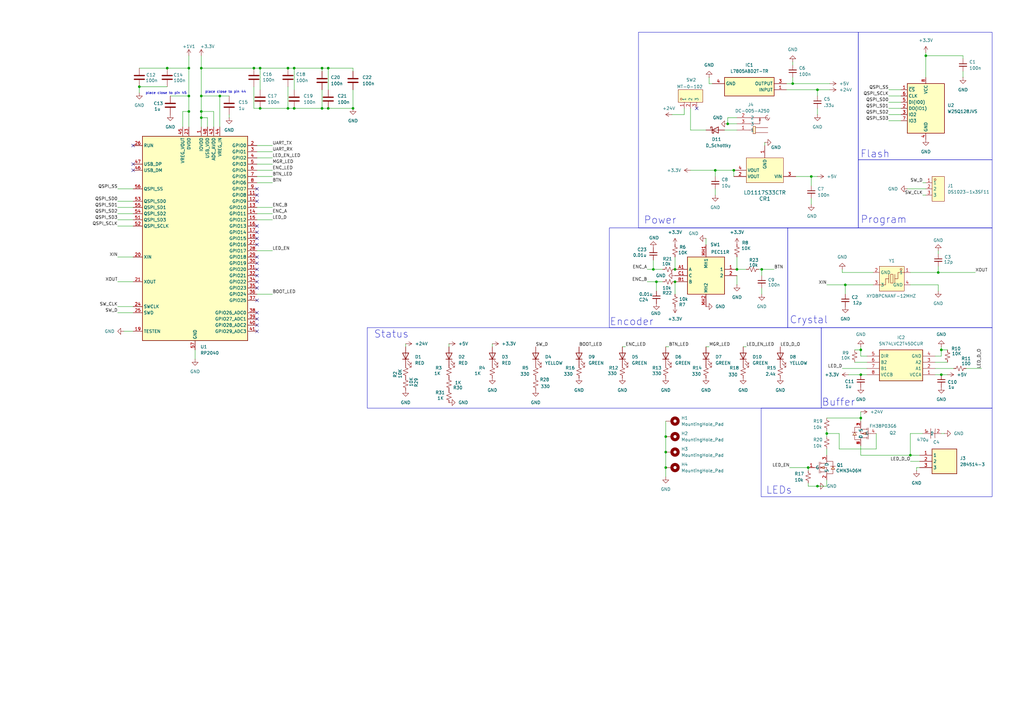
<source format=kicad_sch>
(kicad_sch (version 20231120) (generator "eeschema") (generator_version "8.0")
  (paper "A3")
  (junction (at 57.15 35.56))
  (junction (at 386.08 153.67))
  (junction (at 132.08 44.45))
  (junction (at 353.06 171.45))
  (junction (at 273.05 191.77))
  (junction (at 82.55 48.26))
  (junction (at 68.58 27.94))
  (junction (at 335.28 36.83))
  (junction (at 132.08 27.94))
  (junction (at 298.45 50.8))
  (junction (at 77.47 45.72))
  (junction (at 276.86 115.57))
  (junction (at 293.37 69.85))
  (junction (at 332.74 72.39))
  (junction (at 106.68 44.45))
  (junction (at 267.97 110.49))
  (junction (at 339.09 177.8))
  (junction (at 273.05 185.42))
  (junction (at 134.62 44.45))
  (junction (at 384.81 111.76))
  (junction (at 312.42 110.49))
  (junction (at 144.78 44.45))
  (junction (at 331.47 191.77))
  (junction (at 82.55 39.37))
  (junction (at 386.08 143.51))
  (junction (at 276.86 110.49))
  (junction (at 269.24 115.57))
  (junction (at 120.65 44.45))
  (junction (at 373.38 186.69))
  (junction (at 120.65 27.94))
  (junction (at 300.99 69.85))
  (junction (at 325.12 34.29))
  (junction (at 82.55 27.94))
  (junction (at 82.55 45.72))
  (junction (at 104.14 27.94))
  (junction (at 134.62 27.94))
  (junction (at 302.26 110.49))
  (junction (at 118.11 44.45))
  (junction (at 106.68 27.94))
  (junction (at 379.73 22.86))
  (junction (at 353.06 143.51))
  (junction (at 77.47 39.37))
  (junction (at 346.71 116.84))
  (junction (at 273.05 179.07))
  (junction (at 90.17 39.37))
  (junction (at 335.28 199.39))
  (junction (at 118.11 27.94))
  (junction (at 353.06 153.67))
  (junction (at 77.47 27.94))
  (no_connect (at 105.41 77.47))
  (no_connect (at 54.61 69.85))
  (no_connect (at 105.41 100.33))
  (no_connect (at 105.41 128.27))
  (no_connect (at 105.41 113.03))
  (no_connect (at 105.41 130.81))
  (no_connect (at 105.41 105.41))
  (no_connect (at 105.41 97.79))
  (no_connect (at 54.61 67.31))
  (no_connect (at 54.61 59.69))
  (no_connect (at 105.41 133.35))
  (no_connect (at 105.41 135.89))
  (no_connect (at 105.41 123.19))
  (no_connect (at 105.41 110.49))
  (no_connect (at 105.41 118.11))
  (no_connect (at 105.41 107.95))
  (no_connect (at 105.41 95.25))
  (no_connect (at 285.75 44.45))
  (no_connect (at 105.41 92.71))
  (no_connect (at 105.41 80.01))
  (no_connect (at 105.41 82.55))
  (no_connect (at 105.41 115.57))
  (wire (pts (xy 364.49 44.45) (xy 369.57 44.45)))
  (wire (pts (xy 105.41 59.69) (xy 111.76 59.69)))
  (wire (pts (xy 346.71 116.84) (xy 346.71 120.65)))
  (wire (pts (xy 105.41 90.17) (xy 111.76 90.17)))
  (wire (pts (xy 105.41 62.23) (xy 111.76 62.23)))
  (wire (pts (xy 379.73 22.86) (xy 394.97 22.86)))
  (wire (pts (xy 313.69 58.42) (xy 313.69 59.69)))
  (wire (pts (xy 134.62 27.94) (xy 144.78 27.94)))
  (wire (pts (xy 69.85 39.37) (xy 77.47 39.37)))
  (wire (pts (xy 379.73 22.86) (xy 379.73 31.75)))
  (wire (pts (xy 269.24 119.38) (xy 269.24 115.57)))
  (wire (pts (xy 280.67 46.99) (xy 280.67 44.45)))
  (wire (pts (xy 276.86 105.41) (xy 276.86 110.49)))
  (wire (pts (xy 289.56 53.34) (xy 283.21 53.34)))
  (wire (pts (xy 300.99 69.85) (xy 300.99 72.39)))
  (wire (pts (xy 345.44 110.49) (xy 345.44 111.76)))
  (wire (pts (xy 293.37 69.85) (xy 293.37 72.39)))
  (wire (pts (xy 57.15 35.56) (xy 57.15 38.1)))
  (wire (pts (xy 375.92 193.04) (xy 375.92 191.77)))
  (wire (pts (xy 265.43 110.49) (xy 267.97 110.49)))
  (wire (pts (xy 384.81 111.76) (xy 400.05 111.76)))
  (wire (pts (xy 93.98 46.99) (xy 93.98 48.26)))
  (wire (pts (xy 373.38 189.23) (xy 377.19 189.23)))
  (wire (pts (xy 353.06 153.67) (xy 355.6 153.67)))
  (wire (pts (xy 48.26 77.47) (xy 54.61 77.47)))
  (wire (pts (xy 77.47 45.72) (xy 77.47 52.07)))
  (wire (pts (xy 289.56 142.24) (xy 290.83 142.24)))
  (wire (pts (xy 144.78 27.94) (xy 144.78 29.21)))
  (wire (pts (xy 332.74 72.39) (xy 335.28 72.39)))
  (wire (pts (xy 335.28 36.83) (xy 335.28 39.37)))
  (wire (pts (xy 85.09 52.07) (xy 85.09 48.26)))
  (wire (pts (xy 120.65 36.83) (xy 120.65 27.94)))
  (wire (pts (xy 364.49 36.83) (xy 369.57 36.83)))
  (wire (pts (xy 105.41 87.63) (xy 111.76 87.63)))
  (wire (pts (xy 48.26 128.27) (xy 54.61 128.27)))
  (wire (pts (xy 134.62 44.45) (xy 144.78 44.45)))
  (wire (pts (xy 104.14 44.45) (xy 106.68 44.45)))
  (wire (pts (xy 386.08 143.51) (xy 388.62 143.51)))
  (wire (pts (xy 48.26 87.63) (xy 54.61 87.63)))
  (wire (pts (xy 384.81 116.84) (xy 384.81 119.38)))
  (wire (pts (xy 359.41 177.8) (xy 359.41 184.15)))
  (wire (pts (xy 345.44 151.13) (xy 355.6 151.13)))
  (wire (pts (xy 346.71 116.84) (xy 358.14 116.84)))
  (wire (pts (xy 384.81 109.22) (xy 384.81 111.76)))
  (wire (pts (xy 105.41 69.85) (xy 111.76 69.85)))
  (wire (pts (xy 353.06 168.91) (xy 353.06 171.45)))
  (wire (pts (xy 364.49 46.99) (xy 369.57 46.99)))
  (wire (pts (xy 289.56 97.79) (xy 289.56 100.33)))
  (wire (pts (xy 290.83 34.29) (xy 292.1 34.29)))
  (wire (pts (xy 350.52 148.59) (xy 355.6 148.59)))
  (wire (pts (xy 384.81 102.87) (xy 384.81 104.14)))
  (wire (pts (xy 269.24 115.57) (xy 271.78 115.57)))
  (wire (pts (xy 118.11 27.94) (xy 120.65 27.94)))
  (wire (pts (xy 273.05 172.72) (xy 273.05 179.07)))
  (wire (pts (xy 87.63 52.07) (xy 87.63 45.72)))
  (wire (pts (xy 50.8 135.89) (xy 54.61 135.89)))
  (wire (pts (xy 48.26 105.41) (xy 54.61 105.41)))
  (wire (pts (xy 302.26 53.34) (xy 297.18 53.34)))
  (wire (pts (xy 273.05 179.07) (xy 273.05 185.42)))
  (wire (pts (xy 332.74 72.39) (xy 332.74 76.2)))
  (wire (pts (xy 80.01 143.51) (xy 80.01 147.32)))
  (wire (pts (xy 106.68 27.94) (xy 118.11 27.94)))
  (wire (pts (xy 293.37 77.47) (xy 293.37 80.01)))
  (wire (pts (xy 273.05 185.42) (xy 273.05 191.77)))
  (wire (pts (xy 378.46 80.01) (xy 379.73 80.01)))
  (wire (pts (xy 120.65 27.94) (xy 132.08 27.94)))
  (wire (pts (xy 339.09 176.53) (xy 339.09 177.8)))
  (wire (pts (xy 322.58 34.29) (xy 325.12 34.29)))
  (wire (pts (xy 132.08 27.94) (xy 134.62 27.94)))
  (wire (pts (xy 77.47 27.94) (xy 77.47 39.37)))
  (wire (pts (xy 283.21 53.34) (xy 283.21 44.45)))
  (wire (pts (xy 325.12 34.29) (xy 340.36 34.29)))
  (wire (pts (xy 386.08 153.67) (xy 388.62 153.67)))
  (wire (pts (xy 379.73 21.59) (xy 379.73 22.86)))
  (wire (pts (xy 120.65 44.45) (xy 132.08 44.45)))
  (wire (pts (xy 105.41 74.93) (xy 111.76 74.93)))
  (wire (pts (xy 350.52 143.51) (xy 353.06 143.51)))
  (wire (pts (xy 105.41 120.65) (xy 111.76 120.65)))
  (wire (pts (xy 77.47 39.37) (xy 77.47 45.72)))
  (wire (pts (xy 106.68 44.45) (xy 118.11 44.45)))
  (wire (pts (xy 364.49 39.37) (xy 369.57 39.37)))
  (wire (pts (xy 344.17 177.8) (xy 339.09 177.8)))
  (wire (pts (xy 335.28 36.83) (xy 340.36 36.83)))
  (wire (pts (xy 394.97 22.86) (xy 394.97 24.13)))
  (wire (pts (xy 346.71 116.84) (xy 339.09 116.84)))
  (wire (pts (xy 396.24 151.13) (xy 402.59 151.13)))
  (wire (pts (xy 339.09 199.39) (xy 335.28 199.39)))
  (wire (pts (xy 105.41 64.77) (xy 111.76 64.77)))
  (wire (pts (xy 373.38 177.8) (xy 373.38 186.69)))
  (wire (pts (xy 383.54 153.67) (xy 386.08 153.67)))
  (wire (pts (xy 311.15 110.49) (xy 312.42 110.49)))
  (wire (pts (xy 105.41 72.39) (xy 111.76 72.39)))
  (wire (pts (xy 373.38 186.69) (xy 377.19 186.69)))
  (wire (pts (xy 132.08 44.45) (xy 132.08 36.83)))
  (wire (pts (xy 90.17 39.37) (xy 93.98 39.37)))
  (wire (pts (xy 331.47 198.12) (xy 331.47 199.39)))
  (wire (pts (xy 353.06 142.24) (xy 353.06 143.51)))
  (wire (pts (xy 378.46 74.93) (xy 379.73 74.93)))
  (wire (pts (xy 375.92 191.77) (xy 377.19 191.77)))
  (wire (pts (xy 144.78 36.83) (xy 144.78 44.45)))
  (wire (pts (xy 339.09 184.15) (xy 339.09 186.69)))
  (wire (pts (xy 276.86 120.65) (xy 276.86 115.57)))
  (wire (pts (xy 347.98 153.67) (xy 353.06 153.67)))
  (wire (pts (xy 344.17 184.15) (xy 344.17 177.8)))
  (wire (pts (xy 48.26 85.09) (xy 54.61 85.09)))
  (wire (pts (xy 118.11 44.45) (xy 120.65 44.45)))
  (wire (pts (xy 201.93 140.97) (xy 201.93 142.24)))
  (wire (pts (xy 373.38 111.76) (xy 384.81 111.76)))
  (wire (pts (xy 283.21 69.85) (xy 293.37 69.85)))
  (wire (pts (xy 132.08 27.94) (xy 132.08 29.21)))
  (wire (pts (xy 267.97 110.49) (xy 271.78 110.49)))
  (wire (pts (xy 353.06 171.45) (xy 339.09 171.45)))
  (wire (pts (xy 331.47 193.04) (xy 331.47 191.77)))
  (wire (pts (xy 335.28 46.99) (xy 335.28 44.45)))
  (wire (pts (xy 325.12 25.4) (xy 325.12 26.67)))
  (wire (pts (xy 312.42 113.03) (xy 312.42 110.49)))
  (wire (pts (xy 77.47 22.86) (xy 77.47 27.94)))
  (wire (pts (xy 394.97 29.21) (xy 394.97 31.75)))
  (wire (pts (xy 383.54 148.59) (xy 388.62 148.59)))
  (wire (pts (xy 312.42 120.65) (xy 312.42 118.11)))
  (wire (pts (xy 325.12 31.75) (xy 325.12 34.29)))
  (wire (pts (xy 74.93 52.07) (xy 74.93 45.72)))
  (wire (pts (xy 386.08 143.51) (xy 386.08 142.24)))
  (wire (pts (xy 383.54 146.05) (xy 386.08 146.05)))
  (wire (pts (xy 87.63 45.72) (xy 82.55 45.72)))
  (wire (pts (xy 323.85 191.77) (xy 331.47 191.77)))
  (wire (pts (xy 353.06 171.45) (xy 353.06 172.72)))
  (wire (pts (xy 293.37 69.85) (xy 300.99 69.85)))
  (wire (pts (xy 68.58 27.94) (xy 77.47 27.94)))
  (wire (pts (xy 290.83 31.75) (xy 290.83 34.29)))
  (wire (pts (xy 386.08 146.05) (xy 386.08 143.51)))
  (wire (pts (xy 57.15 35.56) (xy 68.58 35.56)))
  (wire (pts (xy 105.41 67.31) (xy 111.76 67.31)))
  (wire (pts (xy 302.26 105.41) (xy 302.26 110.49)))
  (wire (pts (xy 339.09 177.8) (xy 339.09 179.07)))
  (wire (pts (xy 345.44 111.76) (xy 358.14 111.76)))
  (wire (pts (xy 82.55 39.37) (xy 82.55 45.72)))
  (wire (pts (xy 386.08 177.8) (xy 387.35 177.8)))
  (wire (pts (xy 255.27 142.24) (xy 256.54 142.24)))
  (wire (pts (xy 48.26 90.17) (xy 54.61 90.17)))
  (wire (pts (xy 132.08 44.45) (xy 134.62 44.45)))
  (wire (pts (xy 85.09 48.26) (xy 82.55 48.26)))
  (wire (pts (xy 82.55 52.07) (xy 82.55 48.26)))
  (wire (pts (xy 57.15 27.94) (xy 68.58 27.94)))
  (wire (pts (xy 322.58 36.83) (xy 335.28 36.83)))
  (wire (pts (xy 302.26 110.49) (xy 306.07 110.49)))
  (wire (pts (xy 298.45 50.8) (xy 298.45 48.26)))
  (wire (pts (xy 372.11 77.47) (xy 379.73 77.47)))
  (wire (pts (xy 298.45 48.26) (xy 302.26 48.26)))
  (wire (pts (xy 267.97 106.68) (xy 267.97 110.49)))
  (wire (pts (xy 82.55 27.94) (xy 82.55 39.37)))
  (wire (pts (xy 104.14 35.56) (xy 104.14 44.45)))
  (wire (pts (xy 105.41 85.09) (xy 111.76 85.09)))
  (wire (pts (xy 373.38 116.84) (xy 384.81 116.84)))
  (wire (pts (xy 90.17 39.37) (xy 90.17 52.07)))
  (wire (pts (xy 302.26 50.8) (xy 298.45 50.8)))
  (wire (pts (xy 106.68 36.83) (xy 106.68 27.94)))
  (wire (pts (xy 339.09 199.39) (xy 339.09 196.85)))
  (wire (pts (xy 48.26 82.55) (xy 54.61 82.55)))
  (wire (pts (xy 184.15 142.24) (xy 184.15 140.97)))
  (wire (pts (xy 353.06 182.88) (xy 353.06 186.69)))
  (wire (pts (xy 134.62 36.83) (xy 134.62 27.94)))
  (wire (pts (xy 364.49 49.53) (xy 369.57 49.53)))
  (wire (pts (xy 359.41 184.15) (xy 344.17 184.15)))
  (wire (pts (xy 353.06 143.51) (xy 353.06 146.05)))
  (wire (pts (xy 273.05 142.24) (xy 274.32 142.24)))
  (wire (pts (xy 265.43 115.57) (xy 269.24 115.57)))
  (wire (pts (xy 82.55 39.37) (xy 90.17 39.37)))
  (wire (pts (xy 364.49 41.91) (xy 369.57 41.91)))
  (wire (pts (xy 105.41 102.87) (xy 111.76 102.87)))
  (wire (pts (xy 48.26 125.73) (xy 54.61 125.73)))
  (wire (pts (xy 166.37 140.97) (xy 166.37 142.24)))
  (wire (pts (xy 275.59 46.99) (xy 280.67 46.99)))
  (wire (pts (xy 312.42 110.49) (xy 317.5 110.49)))
  (wire (pts (xy 273.05 191.77) (xy 273.05 195.58)))
  (wire (pts (xy 326.39 72.39) (xy 332.74 72.39)))
  (wire (pts (xy 48.26 92.71) (xy 54.61 92.71)))
  (wire (pts (xy 74.93 45.72) (xy 77.47 45.72)))
  (wire (pts (xy 118.11 35.56) (xy 118.11 44.45)))
  (wire (pts (xy 383.54 151.13) (xy 391.16 151.13)))
  (wire (pts (xy 332.74 81.28) (xy 332.74 83.82)))
  (wire (pts (xy 353.06 186.69) (xy 373.38 186.69)))
  (wire (pts (xy 378.46 177.8) (xy 373.38 177.8)))
  (wire (pts (xy 304.8 142.24) (xy 306.07 142.24)))
  (wire (pts (xy 48.26 115.57) (xy 54.61 115.57)))
  (wire (pts (xy 82.55 27.94) (xy 104.14 27.94)))
  (wire (pts (xy 331.47 199.39) (xy 335.28 199.39)))
  (wire (pts (xy 82.55 48.26) (xy 82.55 45.72)))
  (wire (pts (xy 353.06 146.05) (xy 355.6 146.05)))
  (wire (pts (xy 302.26 113.03) (xy 302.26 116.84)))
  (wire (pts (xy 82.55 22.86) (xy 82.55 27.94)))
  (wire (pts (xy 104.14 27.94) (xy 106.68 27.94)))
  (rectangle (start 352.044 13.208) (end 406.908 65.532))
  (rectangle (start 323.088 93.472) (end 406.908 134.366))
  (rectangle (start 312.166 167.386) (end 406.908 203.708))
  (rectangle (start 249.936 93.472) (end 323.088 134.366))
  (rectangle (start 336.804 134.366) (end 406.908 167.386))
  (rectangle (start 261.874 13.208) (end 352.044 93.472))
  (rectangle (start 150.622 134.366) (end 336.804 167.386))
  (rectangle (start 352.044 65.532) (end 406.908 93.472))
  (text "Crystal" (at 331.724 131.318 0) (effects (font (size 3 3))))
  (text "place close to pin 44" (at 84.074 38.354 0) (effects (font (size 1 1)) (justify left bottom)))
  (text "Buffer" (at 343.916 165.1 0) (effects (font (size 3 3))))
  (text "Power" (at 270.764 90.424 0) (effects (font (size 3 3))))
  (text "place close to pin 45" (at 59.69 38.862 0) (effects (font (size 1 1)) (justify left bottom)))
  (text "LEDs" (at 319.532 201.168 0) (effects (font (size 3 3))))
  (text "Flash" (at 358.902 63.246 0) (effects (font (size 3 3))))
  (text "Status" (at 160.528 137.16 0) (effects (font (size 3 3))))
  (text "Program" (at 362.458 90.17 0) (effects (font (size 3 3))))
  (text "Encoder" (at 259.08 132.08 0) (effects (font (size 3 3))))
  (label "QSPI_SCLK" (at 48.26 92.71 180))
  (label "QSPI_SD0" (at 48.26 82.55 180))
  (label "BTN" (at 111.76 74.93 0))
  (label "XOUT" (at 400.05 111.76 0))
  (label "ENC_A" (at 111.76 87.63 0))
  (label "LED_D_O" (at 402.59 151.13 90))
  (label "SW_CLK" (at 48.26 125.73 180))
  (label "QSPI_SS" (at 48.26 77.47 180))
  (label "LED_D_O" (at 320.04 142.24 0))
  (label "QSPI_SD2" (at 48.26 87.63 180))
  (label "ENC_B" (at 265.43 115.57 180))
  (label "XIN" (at 339.09 116.84 180))
  (label "ENC_A" (at 265.43 110.49 180))
  (label "LED_EN_LED" (at 306.07 142.24 0))
  (label "ENC_B" (at 111.76 85.09 0))
  (label "SW_D" (at 48.26 128.27 180))
  (label "QSPI_SD1" (at 48.26 85.09 180))
  (label "LED_EN" (at 111.76 102.87 0))
  (label "QSPI_SD3" (at 364.49 49.53 180))
  (label "BOOT_LED" (at 237.49 142.24 0))
  (label "LED_EN" (at 323.85 191.77 180))
  (label "QSPI_SD3" (at 48.26 90.17 180))
  (label "BTN_LED" (at 274.32 142.24 0))
  (label "UART_TX" (at 111.76 59.69 0))
  (label "BOOT_LED" (at 111.76 120.65 0))
  (label "LED_D" (at 111.76 90.17 0))
  (label "QSPI_SD1" (at 364.49 44.45 180))
  (label "QSPI_SCLK" (at 364.49 39.37 180))
  (label "MGR_LED" (at 290.83 142.24 0))
  (label "QSPI_SS" (at 364.49 36.83 180))
  (label "LED_EN_LED" (at 111.76 64.77 0))
  (label "XIN" (at 48.26 105.41 180))
  (label "SW_D" (at 219.71 142.24 0))
  (label "QSPI_SD2" (at 364.49 46.99 180))
  (label "XOUT" (at 48.26 115.57 180))
  (label "ENC_LED" (at 256.54 142.24 0))
  (label "UART_RX" (at 111.76 62.23 0))
  (label "LED_D" (at 345.44 151.13 180))
  (label "BTN_LED" (at 111.76 72.39 0))
  (label "SW_CLK" (at 378.46 80.01 180))
  (label "QSPI_SD0" (at 364.49 41.91 180))
  (label "ENC_LED" (at 111.76 69.85 0))
  (label "MGR_LED" (at 111.76 67.31 0))
  (label "BTN" (at 317.5 110.49 0))
  (label "SW_D" (at 378.46 74.93 180))
  (label "LED_D_O" (at 373.38 189.23 180))
  (symbol (lib_id "power:+24V") (at 166.37 140.97 270) (unit 1)
    (property "Reference" "#PWR047" (effects (hide yes)))
    (property "Value" "+24V" (at 170.18 140.9699 90) (effects (justify left)))
    (property "Description" "Power symbol creates a global label with name \"+24V\"" (effects (hide yes)))
  )
  (symbol (lib_id "power:GND") (at 313.69 58.42 90) (unit 1)
    (property "Reference" "#PWR024" (effects (hide yes)))
    (property "Value" "GND" (at 318.262 60.452 90))
    (property "Description" "Power symbol creates a global label with name \"GND\" , ground" (effects (hide yes)))
  )
  (symbol (lib_id "Device:C") (at 106.68 40.64 0) (unit 1)
    (property "Reference" "C17" (at 109.728 39.37 0) (effects (justify left)))
    (property "Value" "100n" (at 109.728 41.91 0) (effects (justify left)))
    (property "Footprint" "Capacitor_SMD:C_0402_1005Metric" (effects (hide yes)))
    (property "LCSC" "C1525" (effects (hide yes)))
    (property "LCSC Part" "C1525" (effects (hide yes)))
  )
  (symbol (lib_id "power:GND") (at 219.71 160.02 0) (unit 1)
    (property "Reference" "#PWR030" (effects (hide yes)))
    (property "Value" "GND" (at 219.71 165.1 0))
    (property "Description" "Power symbol creates a global label with name \"GND\" , ground" (effects (hide yes)))
  )
  (symbol (lib_id "Device:LED") (at 184.15 146.05 90) (unit 1)
    (property "Reference" "D2" (at 187.96 146.3674 90) (effects (justify right)))
    (property "Value" "RED" (at 187.96 148.9074 90) (effects (justify right)))
    (property "Footprint" "LED_SMD:LED_0603_1608Metric" (effects (hide yes)))
    (property "Description" "Light emitting diode" (effects (hide yes)))
    (property "LCSC" "C2286" (effects (hide yes)))
    (property "LCSC Part" "C2286" (effects (hide yes)))
  )
  (symbol (lib_id "power:GND") (at 346.71 125.73 0) (unit 1)
    (property "Reference" "#PWR06" (effects (hide yes)))
    (property "Value" "GND" (at 346.71 130.81 0))
    (property "Description" "Power symbol creates a global label with name \"GND\" , ground" (effects (hide yes)))
  )
  (symbol (lib_id "MCU_RaspberryPi:RP2040") (at 80.01 97.79 0) (unit 1)
    (property "Reference" "U1" (at 82.2041 142.24 0) (effects (justify left)))
    (property "Value" "RP2040" (at 82.2041 144.78 0) (effects (justify left)))
    (property "Footprint" "Package_DFN_QFN:QFN-56-1EP_7x7mm_P0.4mm_EP3.2x3.2mm" (effects (hide yes)))
    (property "Datasheet" "https://datasheets.raspberrypi.com/rp2040/rp2040-datasheet.pdf" (effects (hide yes)))
    (property "Description" "A microcontroller by Raspberry Pi" (effects (hide yes)))
    (property "LCSC" "C2040" (effects (hide yes)))
    (property "LCSC Part" "C2040" (effects (hide yes)))
  )
  (symbol (lib_id "Device:LED") (at 201.93 146.05 90) (unit 1)
    (property "Reference" "D3" (at 205.74 146.3674 90) (effects (justify right)))
    (property "Value" "RED" (at 205.74 148.9074 90) (effects (justify right)))
    (property "Footprint" "LED_SMD:LED_0603_1608Metric" (effects (hide yes)))
    (property "Description" "Light emitting diode" (effects (hide yes)))
    (property "LCSC" "C2286" (effects (hide yes)))
    (property "LCSC Part" "C2286" (effects (hide yes)))
  )
  (symbol (lib_id "Device:R_Small_US") (at 166.37 152.4 180) (unit 1)
    (property "Reference" "R2" (at 162.052 154.94 90) (effects (justify right)))
    (property "Value" "10K" (at 164.084 155.194 90) (effects (justify right)))
    (property "Footprint" "Resistor_SMD:R_0603_1608Metric" (effects (hide yes)))
    (property "Description" "Resistor, small US symbol" (effects (hide yes)))
    (property "LCSC" "C15401" (effects (hide yes)))
    (property "LCSC Part" "C15401" (effects (hide yes)))
  )
  (symbol (lib_id "Device:C") (at 93.98 43.18 0) (unit 1)
    (property "Reference" "C15" (at 97.79 41.9099 0) (effects (justify left)))
    (property "Value" "1u" (at 97.79 44.4499 0) (effects (justify left)))
    (property "Footprint" "Capacitor_SMD:C_0402_1005Metric" (effects (hide yes)))
    (property "LCSC" "C52923" (effects (hide yes)))
    (property "LCSC Part" "C52923" (effects (hide yes)))
  )
  (symbol (lib_id "Device:C") (at 68.58 31.75 0) (unit 1)
    (property "Reference" "C14" (at 71.12 30.734 0) (effects (justify left)))
    (property "Value" "100n" (at 71.12 33.02 0) (effects (justify left)))
    (property "Footprint" "Capacitor_SMD:C_0402_1005Metric" (effects (hide yes)))
    (property "LCSC" "C1525" (effects (hide yes)))
    (property "LCSC Part" "C1525" (effects (hide yes)))
  )
  (symbol (lib_id "Device:R_Small_US") (at 320.04 152.4 0) (unit 1)
    (property "Reference" "R15" (at 314.452 150.876 0) (effects (justify left)))
    (property "Value" "2.4k" (at 313.944 153.416 0) (effects (justify left)))
    (property "Footprint" "Resistor_SMD:R_0805_2012Metric" (effects (hide yes)))
    (property "Description" "Resistor, small US symbol" (effects (hide yes)))
    (property "LCSC" "C17526" (effects (hide yes)))
    (property "LCSC Part" "C17526" (effects (hide yes)))
  )
  (symbol (lib_id "Device:C") (at 104.14 31.75 0) (unit 1)
    (property "Reference" "C16" (at 107.696 30.48 0) (effects (justify left)))
    (property "Value" "100n" (at 107.696 32.766 0) (effects (justify left)))
    (property "Footprint" "Capacitor_SMD:C_0402_1005Metric" (effects (hide yes)))
    (property "LCSC" "C1525" (effects (hide yes)))
    (property "LCSC Part" "C1525" (effects (hide yes)))
  )
  (symbol (lib_id "power:GND") (at 353.06 142.24 180) (unit 1)
    (property "Reference" "#PWR036" (effects (hide yes)))
    (property "Value" "GND" (at 353.06 137.16 0))
    (property "Description" "Power symbol creates a global label with name \"GND\" , ground" (effects (hide yes)))
  )
  (symbol (lib_id "power:GND") (at 298.45 50.8 270) (unit 1)
    (property "Reference" "#PWR028" (effects (hide yes)))
    (property "Value" "GND" (at 296.418 48.26 90) (effects (justify right)))
    (property "Description" "Power symbol creates a global label with name \"GND\" , ground" (effects (hide yes)))
  )
  (symbol (lib_id "power:GND") (at 332.74 83.82 0) (unit 1)
    (property "Reference" "#PWR022" (effects (hide yes)))
    (property "Value" "GND" (at 332.994 88.646 0))
    (property "Description" "Power symbol creates a global label with name \"GND\" , ground" (effects (hide yes)))
  )
  (symbol (lib_id "Device:C_Small") (at 353.06 156.21 0) (unit 1)
    (property "Reference" "C11" (at 346.456 156.464 0) (effects (justify left)))
    (property "Value" "1u" (at 346.71 158.496 0) (effects (justify left)))
    (property "Footprint" "Capacitor_SMD:C_0402_1005Metric" (effects (hide yes)))
    (property "Description" "Unpolarized capacitor, small symbol" (effects (hide yes)))
    (property "LCSC" "C52923" (effects (hide yes)))
    (property "LCSC Part" "C52923" (effects (hide yes)))
  )
  (symbol (lib_id "Device:R_Small_US") (at 304.8 152.4 0) (unit 1)
    (property "Reference" "R18" (at 299.212 150.876 0) (effects (justify left)))
    (property "Value" "330" (at 298.704 153.67 0) (effects (justify left)))
    (property "Footprint" "Resistor_SMD:R_0603_1608Metric" (effects (hide yes)))
    (property "Description" "Resistor, small US symbol" (effects (hide yes)))
    (property "LCSC" "C23138" (effects (hide yes)))
    (property "LCSC Part" "C23138" (effects (hide yes)))
  )
  (symbol (lib_id "Device:R_Small_US") (at 339.09 181.61 180) (unit 1)
    (property "Reference" "R20" (at 333.502 180.34 0) (effects (justify right)))
    (property "Value" "10k" (at 333.502 182.88 0) (effects (justify right)))
    (property "Footprint" "Resistor_SMD:R_0603_1608Metric" (effects (hide yes)))
    (property "Description" "Resistor, small US symbol" (effects (hide yes)))
    (property "LCSC" "C15401" (effects (hide yes)))
    (property "LCSC Part" "C15401" (effects (hide yes)))
  )
  (symbol (lib_id "power:GND") (at 273.05 154.94 0) (unit 1)
    (property "Reference" "#PWR043" (effects (hide yes)))
    (property "Value" "GND" (at 273.05 160.02 0))
    (property "Description" "Power symbol creates a global label with name \"GND\" , ground" (effects (hide yes)))
  )
  (symbol (lib_id "power:GND") (at 386.08 142.24 180) (unit 1)
    (property "Reference" "#PWR037" (effects (hide yes)))
    (property "Value" "GND" (at 386.08 137.16 0))
    (property "Description" "Power symbol creates a global label with name \"GND\" , ground" (effects (hide yes)))
  )
  (symbol (lib_id "power:GND") (at 290.83 31.75 180) (unit 1)
    (property "Reference" "#PWR023" (effects (hide yes)))
    (property "Value" "GND" (at 290.83 26.67 0))
    (property "Description" "Power symbol creates a global label with name \"GND\" , ground" (effects (hide yes)))
  )
  (symbol (lib_id "Device:C") (at 120.65 40.64 0) (unit 1)
    (property "Reference" "C19" (at 124.46 39.37 0) (effects (justify left)))
    (property "Value" "100n" (at 124.46 41.91 0) (effects (justify left)))
    (property "Footprint" "Capacitor_SMD:C_0402_1005Metric" (effects (hide yes)))
    (property "LCSC" "C1525" (effects (hide yes)))
    (property "LCSC Part" "C1525" (effects (hide yes)))
  )
  (symbol (lib_id "Memory_Flash:W25Q128JVS") (at 379.73 44.45 0) (unit 1)
    (property "Reference" "U2" (at 388.62 43.1799 0) (effects (justify left)))
    (property "Value" "W25Q128JVS" (at 388.62 45.7199 0) (effects (justify left)))
    (property "Footprint" "Package_SO:SOIC-8_5.23x5.23mm_P1.27mm" (effects (hide yes)))
    (property "Datasheet" "http://www.winbond.com/resource-files/w25q128jv_dtr%20revc%2003272018%20plus.pdf" (effects (hide yes)))
    (property "Description" "128Mb Serial Flash Memory, Standard/Dual/Quad SPI, SOIC-8" (effects (hide yes)))
    (property "LCSC" "C97521" (effects (hide yes)))
    (property "LCSC Part" "C97521" (effects (hide yes)))
  )
  (symbol (lib_id "Device:D_Schottky") (at 293.37 53.34 0) (unit 1)
    (property "Reference" "D11" (at 293.878 57.15 0))
    (property "Value" "D_Schottky" (at 294.64 59.69 0))
    (property "Footprint" "Diode_SMD:D_SMA" (effects (hide yes)))
    (property "Description" "Schottky diode" (effects (hide yes)))
    (property "LCSC" "C8678" (effects (hide yes)))
    (property "LCSC Part" "C8678" (effects (hide yes)))
  )
  (symbol (lib_id "Device:R_Small_US") (at 274.32 110.49 90) (unit 1)
    (property "Reference" "R21" (at 271.78 106.172 90) (effects (justify right)))
    (property "Value" "10k" (at 271.526 108.204 90) (effects (justify right)))
    (property "Footprint" "Resistor_SMD:R_0603_1608Metric" (effects (hide yes)))
    (property "Description" "Resistor, small US symbol" (effects (hide yes)))
    (property "LCSC" "C15401" (effects (hide yes)))
    (property "LCSC Part" "C15401" (effects (hide yes)))
  )
  (symbol (lib_id "power:GND") (at 312.42 120.65 0) (unit 1)
    (property "Reference" "#PWR064" (effects (hide yes)))
    (property "Value" "GND" (at 312.42 125.73 0))
    (property "Description" "Power symbol creates a global label with name \"GND\" , ground" (effects (hide yes)))
  )
  (symbol (lib_id "power:GND") (at 335.28 46.99 0) (unit 1)
    (property "Reference" "#PWR018" (effects (hide yes)))
    (property "Value" "GND" (at 335.28 52.07 0))
    (property "Description" "Power symbol creates a global label with name \"GND\" , ground" (effects (hide yes)))
  )
  (symbol (lib_id "Device:R_Small_US") (at 201.93 152.4 0) (unit 1)
    (property "Reference" "R4" (at 196.342 150.876 0) (effects (justify left)))
    (property "Value" "1K" (at 194.564 153.162 0) (effects (justify left)))
    (property "Footprint" "Resistor_SMD:R_0402_1005Metric" (effects (hide yes)))
    (property "Description" "Resistor, small US symbol" (effects (hide yes)))
    (property "LCSC" "C25543" (effects (hide yes)))
    (property "LCSC Part" "C25543" (effects (hide yes)))
  )
  (symbol (lib_id "power:GND") (at 289.56 154.94 0) (unit 1)
    (property "Reference" "#PWR044" (effects (hide yes)))
    (property "Value" "GND" (at 289.56 160.02 0))
    (property "Description" "Power symbol creates a global label with name \"GND\" , ground" (effects (hide yes)))
  )
  (symbol (lib_id "Device:R_Small_US") (at 255.27 152.4 0) (unit 1)
    (property "Reference" "R12" (at 249.682 150.876 0) (effects (justify left)))
    (property "Value" "330" (at 249.174 153.162 0) (effects (justify left)))
    (property "Footprint" "Resistor_SMD:R_0603_1608Metric" (effects (hide yes)))
    (property "Description" "Resistor, small US symbol" (effects (hide yes)))
    (property "LCSC" "C23138" (effects (hide yes)))
    (property "LCSC Part" "C23138" (effects (hide yes)))
  )
  (symbol (lib_id "Device:R_Small_US") (at 184.15 157.48 180) (unit 1)
    (property "Reference" "R30" (at 189.738 159.004 0) (effects (justify left)))
    (property "Value" "1K" (at 189.23 156.972 0) (effects (justify left)))
    (property "Footprint" "Resistor_SMD:R_0402_1005Metric" (effects (hide yes)))
    (property "Description" "Resistor, small US symbol" (effects (hide yes)))
    (property "LCSC" "C25543" (effects (hide yes)))
    (property "LCSC Part" "C25543" (effects (hide yes)))
  )
  (symbol (lib_id "power:GND") (at 325.12 25.4 180) (unit 1)
    (property "Reference" "#PWR019" (effects (hide yes)))
    (property "Value" "GND" (at 325.12 20.32 0))
    (property "Description" "Power symbol creates a global label with name \"GND\" , ground" (effects (hide yes)))
  )
  (symbol (lib_id "Device:R_Small_US") (at 237.49 152.4 0) (unit 1)
    (property "Reference" "R16" (at 231.902 150.876 0) (effects (justify left)))
    (property "Value" "330" (at 231.14 153.416 0) (effects (justify left)))
    (property "Footprint" "Resistor_SMD:R_0603_1608Metric" (effects (hide yes)))
    (property "Description" "Resistor, small US symbol" (effects (hide yes)))
    (property "LCSC" "C23138" (effects (hide yes)))
    (property "LCSC Part" "C23138" (effects (hide yes)))
  )
  (symbol (lib_id "Device:C") (at 134.62 40.64 0) (unit 1)
    (property "Reference" "C21" (at 138.43 39.3699 0) (effects (justify left)))
    (property "Value" "100n" (at 138.43 41.9099 0) (effects (justify left)))
    (property "Footprint" "Capacitor_SMD:C_0402_1005Metric" (effects (hide yes)))
    (property "LCSC" "C1525" (effects (hide yes)))
    (property "LCSC Part" "C1525" (effects (hide yes)))
  )
  (symbol (lib_id "power:GND") (at 201.93 154.94 0) (unit 1)
    (property "Reference" "#PWR027" (effects (hide yes)))
    (property "Value" "GND" (at 201.93 160.02 0))
    (property "Description" "Power symbol creates a global label with name \"GND\" , ground" (effects (hide yes)))
  )
  (symbol (lib_id "power:GND") (at 267.97 101.6 180) (unit 1)
    (property "Reference" "#PWR062" (effects (hide yes)))
    (property "Value" "GND" (at 266.192 97.536 0) (effects (justify right)))
    (property "Description" "Power symbol creates a global label with name \"GND\" , ground" (effects (hide yes)))
  )
  (symbol (lib_id "L7805ABD2T-TR:L7805ABD2T-TR") (at 292.1 34.29 0) (unit 1)
    (property "Reference" "IC1" (at 307.34 26.67 0))
    (property "Value" "L7805ABD2T-TR" (at 307.34 29.21 0))
    (property "Footprint" "L7805ABD2T-TR:D2PAK-STB35NF10T4" (effects (hide yes)))
    (property "Datasheet" "https://www.st.com/resource/en/datasheet/l78.pdf" (effects (hide yes)))
    (property "Description" "Linear Voltage Regulators 5.0V 1.0A Positive" (effects (hide yes)))
    (property "Mouser Part Number" "511-L7805ABD2T-TR" (effects (hide yes)))
    (property "Mouser Price/Stock" "https://www.mouser.co.uk/ProductDetail/STMicroelectronics/L7805ABD2T-TR?qs=LL%252BsqOK9SqOQ%2FfZD5ZsNqA%3D%3D" (effects (hide yes)))
    (property "Manufacturer_Name" "STMicroelectronics" (effects (hide yes)))
    (property "Manufacturer_Part_Number" "L7805ABD2T-TR" (effects (hide yes)))
    (property "LCSC" "C86206" (effects (hide yes)))
    (property "LCSC Part" "C86206" (effects (hide yes)))
  )
  (symbol (lib_id "power:+3.3V") (at 201.93 140.97 270) (unit 1)
    (property "Reference" "#PWR049" (effects (hide yes)))
    (property "Value" "+3.3V" (at 205.74 140.9699 90) (effects (justify left)))
    (property "Description" "Power symbol creates a global label with name \"+3.3V\"" (effects (hide yes)))
  )
  (symbol (lib_id "easyeda2kicad:MT-0-102-E001-T000-RS") (at 283.21 39.37 90) (unit 1)
    (property "Reference" "SW2" (at 281.432 32.766 90) (effects (justify right)))
    (property "Value" "MT-0-102" (at 277.622 35.56 90) (effects (justify right)))
    (property "Footprint" "easyeda2kicad:SW-TH_MT-0-102-E001-T000-RS-PJ" (effects (hide yes)))
    (property "Description" "Single Pole Single Throw (SPST) switch" (effects (hide yes)))
    (property "LCSC Part" "C1788499" (effects (hide yes)))
    (property "LCSC" "C1788499" (effects (hide yes)))
  )
  (symbol (lib_id "Device:R_Small_US") (at 276.86 123.19 0) (unit 1)
    (property "Reference" "R7" (at 281.178 124.968 0) (effects (justify right)))
    (property "Value" "10k" (at 282.194 122.682 0) (effects (justify right)))
    (property "Footprint" "Resistor_SMD:R_0603_1608Metric" (effects (hide yes)))
    (property "Description" "Resistor, small US symbol" (effects (hide yes)))
    (property "LCSC" "C15401" (effects (hide yes)))
    (property "LCSC Part" "C15401" (effects (hide yes)))
  )
  (symbol (lib_id "power:GND") (at 387.35 177.8 90) (unit 1)
    (property "Reference" "#PWR014" (effects (hide yes)))
    (property "Value" "GND" (at 391.16 177.7999 90) (effects (justify right)))
    (property "Description" "Power symbol creates a global label with name \"GND\" , ground" (effects (hide yes)))
  )
  (symbol (lib_id "Device:R_Small_US") (at 276.86 102.87 180) (unit 1)
    (property "Reference" "R6" (at 278.638 101.346 0) (effects (justify right)))
    (property "Value" "10K" (at 278.13 103.632 0) (effects (justify right)))
    (property "Footprint" "Resistor_SMD:R_0603_1608Metric" (effects (hide yes)))
    (property "Description" "Resistor, small US symbol" (effects (hide yes)))
    (property "LCSC" "C15401" (effects (hide yes)))
    (property "LCSC Part" "C15401" (effects (hide yes)))
  )
  (symbol (lib_id "Device:C_Small") (at 312.42 115.57 0) (unit 1)
    (property "Reference" "C9" (at 314.96 114.808 0) (effects (justify left)))
    (property "Value" "100n" (at 314.96 116.8462 0) (effects (justify left)))
    (property "Footprint" "Capacitor_SMD:C_0402_1005Metric" (effects (hide yes)))
    (property "Description" "Unpolarized capacitor, small symbol" (effects (hide yes)))
    (property "LCSC" "C1525" (effects (hide yes)))
    (property "LCSC Part" "C1525" (effects (hide yes)))
  )
  (symbol (lib_id "Device:C_Small") (at 325.12 29.21 180) (unit 1)
    (property "Reference" "C6" (at 327.66 27.9335 0) (effects (justify right)))
    (property "Value" "100n" (at 327.66 30.4735 0) (effects (justify right)))
    (property "Footprint" "Capacitor_SMD:C_0402_1005Metric" (effects (hide yes)))
    (property "Description" "Unpolarized capacitor, small symbol" (effects (hide yes)))
    (property "LCSC" "C1525" (effects (hide yes)))
    (property "LCSC Part" "C1525" (effects (hide yes)))
  )
  (symbol (lib_id "power:+5V") (at 335.28 72.39 270) (unit 1)
    (property "Reference" "#PWR021" (effects (hide yes)))
    (property "Value" "+5V" (at 339.09 72.3899 90) (effects (justify left)))
    (property "Description" "Power symbol creates a global label with name \"+5V\"" (effects (hide yes)))
  )
  (symbol (lib_id "Device:C") (at 118.11 31.75 0) (unit 1)
    (property "Reference" "C18" (at 121.412 30.48 0) (effects (justify left)))
    (property "Value" "100n" (at 121.412 33.02 0) (effects (justify left)))
    (property "Footprint" "Capacitor_SMD:C_0402_1005Metric" (effects (hide yes)))
    (property "LCSC" "C1525" (effects (hide yes)))
    (property "LCSC Part" "C1525" (effects (hide yes)))
  )
  (symbol (lib_id "Device:C") (at 144.78 33.02 0) (unit 1)
    (property "Reference" "C22" (at 148.59 31.7499 0) (effects (justify left)))
    (property "Value" "100n" (at 148.59 34.2899 0) (effects (justify left)))
    (property "Footprint" "Capacitor_SMD:C_0402_1005Metric" (effects (hide yes)))
    (property "LCSC" "C1525" (effects (hide yes)))
    (property "LCSC Part" "C1525" (effects (hide yes)))
  )
  (symbol (lib_id "easyeda2kicad:DC-005-A250") (at 307.34 50.8 180) (unit 1)
    (property "Reference" "J4" (at 309.118 42.926 0) (effects (justify left)))
    (property "Value" "DC-005-A250" (at 315.722 45.466 0) (effects (justify left)))
    (property "Footprint" "easyeda2kicad:DC-IN-TH_DC-005-A250" (effects (hide yes)))
    (property "Description" "Generic connector, single row, 01x02, script generated" (effects (hide yes)))
    (property "LCSC Part" "C720558" (effects (hide yes)))
    (property "LCSC" "C720558" (effects (hide yes)))
  )
  (symbol (lib_id "Device:R_Small_US") (at 219.71 152.4 0) (unit 1)
    (property "Reference" "R5" (at 214.122 150.876 0) (effects (justify left)))
    (property "Value" "330" (at 213.36 153.416 0) (effects (justify left)))
    (property "Footprint" "Resistor_SMD:R_0603_1608Metric" (effects (hide yes)))
    (property "Description" "Resistor, small US symbol" (effects (hide yes)))
    (property "LCSC" "C23138" (effects (hide yes)))
    (property "LCSC Part" "C23138" (effects (hide yes)))
  )
  (symbol (lib_id "power:+5V") (at 388.62 153.67 270) (unit 1)
    (property "Reference" "#PWR038" (effects (hide yes)))
    (property "Value" "+5V" (at 392.43 153.6699 90) (effects (justify left)))
    (property "Description" "Power symbol creates a global label with name \"+5V\"" (effects (hide yes)))
  )
  (symbol (lib_id "PEC11R-4220F-S0024:PEC11R-4220F-S0024") (at 289.56 100.33 270) (unit 1)
    (property "Reference" "SW1" (at 293.37 100.33 90))
    (property "Value" "PEC11R" (at 295.402 103.378 90))
    (property "Footprint" "PEC11R-4220F-S0024:PEC11R4220FS0024" (effects (hide yes)))
    (property "Datasheet" "https://www.bourns.com/docs/Product-Datasheets/PEC11R.pdf" (effects (hide yes)))
    (property "Description" "Bourns 24 Pulse Incremental Mechanical Rotary Encoder with a 6 mm Flat Shaft (Not Indexed), Through Hole" (effects (hide yes)))
    (property "Height" "27.5" (effects (hide yes)))
    (property "Mouser Part Number" "652-PEC11R-4220F-S24" (effects (hide yes)))
    (property "Mouser Price/Stock" "https://www.mouser.co.uk/ProductDetail/Bourns/PEC11R-4220F-S0024?qs=Zq5ylnUbLm6NGsQdib%2Ffbw%3D%3D" (effects (hide yes)))
    (property "Manufacturer_Name" "Bourns" (effects (hide yes)))
    (property "Manufacturer_Part_Number" "PEC11R-4220F-S0024" (effects (hide yes)))
    (property "LCSC" "C7435302" (effects (hide yes)))
    (property "LCSC Part" "C7435302" (effects (hide yes)))
  )
  (symbol (lib_id "easyeda2kicad:DS1023-1X3SF11") (at 384.81 77.47 0) (unit 1)
    (property "Reference" "J1" (at 388.62 76.1999 0) (effects (justify left)))
    (property "Value" "DS1023-1x3SF11" (at 388.62 78.7399 0) (effects (justify left)))
    (property "Footprint" "easyeda2kicad:HDR-TH_3P-P2.54-V-F-1" (effects (hide yes)))
    (property "Description" "Generic connector, single row, 01x03, script generated" (effects (hide yes)))
    (property "LCSC Part" "C7509516" (effects (hide yes)))
    (property "LCSC" "C7509516" (effects (hide yes)))
  )
  (symbol (lib_id "Device:LED") (at 320.04 146.05 90) (unit 1)
    (property "Reference" "D8" (at 323.85 146.3674 90) (effects (justify right)))
    (property "Value" "YELLOW" (at 323.85 148.9074 90) (effects (justify right)))
    (property "Footprint" "LED_SMD:LED_0603_1608Metric" (effects (hide yes)))
    (property "Description" "Light emitting diode" (effects (hide yes)))
    (property "LCSC" "C965808" (effects (hide yes)))
    (property "LCSC Part" "C965808" (effects (hide yes)))
  )
  (symbol (lib_id "Device:LED") (at 289.56 146.05 90) (unit 1)
    (property "Reference" "D7" (at 293.37 146.3674 90) (effects (justify right)))
    (property "Value" "GREEN" (at 293.37 148.9074 90) (effects (justify right)))
    (property "Footprint" "LED_SMD:LED_0603_1608Metric" (effects (hide yes)))
    (property "Description" "Light emitting diode" (effects (hide yes)))
    (property "LCSC" "C965804" (effects (hide yes)))
    (property "LCSC Part" "C965804" (effects (hide yes)))
  )
  (symbol (lib_id "power:+3.3V") (at 82.55 22.86 0) (unit 1)
    (property "Reference" "#PWR052" (effects (hide yes)))
    (property "Value" "+3.3V" (at 85.09 19.05 0))
  )
  (symbol (lib_id "power:+24V") (at 340.36 36.83 270) (unit 1)
    (property "Reference" "#PWR016" (effects (hide yes)))
    (property "Value" "+24V" (at 344.17 36.8299 90) (effects (justify left)))
    (property "Description" "Power symbol creates a global label with name \"+24V\"" (effects (hide yes)))
  )
  (symbol (lib_id "power:GND") (at 345.44 110.49 180) (unit 1)
    (property "Reference" "#PWR07" (effects (hide yes)))
    (property "Value" "GND" (at 345.44 105.41 0))
    (property "Description" "Power symbol creates a global label with name \"GND\" , ground" (effects (hide yes)))
  )
  (symbol (lib_id "power:GND") (at 50.8 135.89 270) (unit 1)
    (property "Reference" "#PWR010" (effects (hide yes)))
    (property "Value" "GND" (at 46.99 135.8899 90) (effects (justify right)))
    (property "Description" "Power symbol creates a global label with name \"GND\" , ground" (effects (hide yes)))
  )
  (symbol (lib_id "Device:LED") (at 219.71 146.05 90) (unit 1)
    (property "Reference" "D4" (at 223.52 146.3674 90) (effects (justify right)))
    (property "Value" "YELLOW" (at 223.52 148.9074 90) (effects (justify right)))
    (property "Footprint" "LED_SMD:LED_0603_1608Metric" (effects (hide yes)))
    (property "Description" "Light emitting diode" (effects (hide yes)))
    (property "LCSC" "C965808" (effects (hide yes)))
    (property "LCSC Part" "C965808" (effects (hide yes)))
  )
  (symbol (lib_id "284514-3:284514-3") (at 377.19 186.69 0) (unit 1)
    (property "Reference" "J3" (at 393.7 187.9599 0) (effects (justify left)))
    (property "Value" "284514-3" (at 393.7 190.4999 0) (effects (justify left)))
    (property "Footprint" "284514-3:SHDR3W80P0X350_1X3_1250X725X940P" (effects (hide yes)))
    (property "Datasheet" "https://www.te.com/commerce/DocumentDelivery/DDEController?Action=srchrtrv&DocNm=1-1773458-1_EURO_STYLE_QRG&DocType=Data%20Sheet&DocLang=English&PartCntxt=284514-3&DocFormat=pdf" (effects (hide yes)))
    (property "Description" "Body Features: Primary Product Color Green | Product Orientation Vertical | Configuration Features: Number of Positions 3 | Number of Rows 1 | Contact Features: Contact Base Material Phosphor Bronze | Contact Current Rating (Max) 11 AMP | Contact Mating Area Plating Material Tin | Dimensions: Wire Size 30  14 AWG | Wire Size .05  2 MMSQ | Electrical Characteristics: Operating Voltage 300 VAC | Housing Features: Housing Material PA 66 | Centerline (Pitch) 3.5 MM | Centerline (Pitch) .138 INCH | Mechani" (effects (hide yes)))
    (property "Height" "9.4" (effects (hide yes)))
    (property "Mouser Part Number" "571-284514-3" (effects (hide yes)))
    (property "Mouser Price/Stock" "https://www.mouser.co.uk/ProductDetail/TE-Connectivity/284514-3?qs=woBvfblj%2FzwGS50caoQlYA%3D%3D" (effects (hide yes)))
    (property "Manufacturer_Name" "TE Connectivity" (effects (hide yes)))
    (property "Manufacturer_Part_Number" "284514-3" (effects (hide yes)))
    (property "LCSC" "C7466034" (effects (hide yes)))
    (property "LCSC Part" "C7466034" (effects (hide yes)))
  )
  (symbol (lib_id "power:+24V") (at 353.06 168.91 270) (unit 1)
    (property "Reference" "#PWR013" (effects (hide yes)))
    (property "Value" "+24V" (at 356.87 168.9101 90) (effects (justify left)))
    (property "Description" "Power symbol creates a global label with name \"+24V\"" (effects (hide yes)))
  )
  (symbol (lib_id "Mechanical:MountingHole_Pad") (at 275.59 179.07 270) (unit 1) (exclude_from_sim yes) (in_bom no)
    (property "Reference" "H2" (at 279.4 177.7999 90) (effects (justify left)))
    (property "Value" "MountingHole_Pad" (at 279.4 180.3399 90) (effects (justify left)))
    (property "Footprint" "MountingHole:MountingHole_2.7mm_M2.5_DIN965_Pad" (effects (hide yes)))
    (property "Description" "Mounting Hole with connection" (effects (hide yes)))
  )
  (symbol (lib_id "Device:C_Small") (at 269.24 121.92 0) (unit 1)
    (property "Reference" "C24" (at 265.938 122.936 0) (effects (justify right)))
    (property "Value" "0.01u" (at 267.716 120.65 0) (effects (justify right)))
    (property "Footprint" "Capacitor_SMD:C_0603_1608Metric" (effects (hide yes)))
    (property "Description" "Unpolarized capacitor, small symbol" (effects (hide yes)))
    (property "LCSC" "C1589" (effects (hide yes)))
    (property "LCSC Part" "C1589" (effects (hide yes)))
  )
  (symbol (lib_id "Device:R_Small_US") (at 273.05 152.4 0) (unit 1)
    (property "Reference" "R13" (at 267.462 150.876 0) (effects (justify left)))
    (property "Value" "330" (at 267.462 153.162 0) (effects (justify left)))
    (property "Footprint" "Resistor_SMD:R_0603_1608Metric" (effects (hide yes)))
    (property "Description" "Resistor, small US symbol" (effects (hide yes)))
    (property "LCSC" "C23138" (effects (hide yes)))
    (property "LCSC Part" "C23138" (effects (hide yes)))
  )
  (symbol (lib_id "Device:R_Small_US") (at 219.71 157.48 180) (unit 1)
    (property "Reference" "R28" (at 225.298 155.702 0) (effects (justify left)))
    (property "Value" "330" (at 225.552 158.496 0) (effects (justify left)))
    (property "Footprint" "Resistor_SMD:R_0603_1608Metric" (effects (hide yes)))
    (property "Description" "Resistor, small US symbol" (effects (hide yes)))
    (property "LCSC" "C23138" (effects (hide yes)))
    (property "LCSC Part" "C23138" (effects (hide yes)))
  )
  (symbol (lib_id "Device:C_Small") (at 386.08 156.21 0) (unit 1)
    (property "Reference" "C10" (at 388.62 156.718 0) (effects (justify left)))
    (property "Value" "1u" (at 388.874 158.75 0) (effects (justify left)))
    (property "Footprint" "Capacitor_SMD:C_0402_1005Metric" (effects (hide yes)))
    (property "Description" "Unpolarized capacitor, small symbol" (effects (hide yes)))
    (property "LCSC" "C52923" (effects (hide yes)))
    (property "LCSC Part" "C52923" (effects (hide yes)))
  )
  (symbol (lib_id "Device:R_Small_US") (at 339.09 173.99 180) (unit 1)
    (property "Reference" "R19" (at 333.502 172.72 0) (effects (justify right)))
    (property "Value" "10k" (at 333.502 175.26 0) (effects (justify right)))
    (property "Footprint" "Resistor_SMD:R_0603_1608Metric" (effects (hide yes)))
    (property "Description" "Resistor, small US symbol" (effects (hide yes)))
    (property "LCSC" "C15401" (effects (hide yes)))
    (property "LCSC Part" "C15401" (effects (hide yes)))
  )
  (symbol (lib_id "power:+3.3V") (at 379.73 21.59 0) (unit 1)
    (property "Reference" "#PWR04" (effects (hide yes)))
    (property "Value" "+3.3V" (at 379.73 16.51 0))
    (property "Description" "Power symbol creates a global label with name \"+3.3V\"" (effects (hide yes)))
  )
  (symbol (lib_id "Mechanical:MountingHole_Pad") (at 275.59 185.42 270) (unit 1) (exclude_from_sim yes) (in_bom no)
    (property "Reference" "H3" (at 279.4 184.1499 90) (effects (justify left)))
    (property "Value" "MountingHole_Pad" (at 279.4 186.6899 90) (effects (justify left)))
    (property "Footprint" "MountingHole:MountingHole_2.7mm_M2.5_DIN965_Pad" (effects (hide yes)))
    (property "Description" "Mounting Hole with connection" (effects (hide yes)))
  )
  (symbol (lib_id "power:GND") (at 394.97 31.75 0) (unit 1)
    (property "Reference" "#PWR05" (effects (hide yes)))
    (property "Value" "GND" (at 394.97 36.83 0))
    (property "Description" "Power symbol creates a global label with name \"GND\" , ground" (effects (hide yes)))
  )
  (symbol (lib_id "power:GND") (at 184.15 165.1 90) (unit 1)
    (property "Reference" "#PWR020" (effects (hide yes)))
    (property "Value" "GND" (at 187.96 165.0999 90) (effects (justify right)))
    (property "Description" "Power symbol creates a global label with name \"GND\" , ground" (effects (hide yes)))
  )
  (symbol (lib_id "power:GND") (at 379.73 57.15 0) (unit 1)
    (property "Reference" "#PWR03" (effects (hide yes)))
    (property "Value" "GND" (at 379.73 62.23 0))
    (property "Description" "Power symbol creates a global label with name \"GND\" , ground" (effects (hide yes)))
  )
  (symbol (lib_id "power:GND") (at 237.49 154.94 0) (unit 1)
    (property "Reference" "#PWR046" (effects (hide yes)))
    (property "Value" "GND" (at 237.49 160.02 0))
    (property "Description" "Power symbol creates a global label with name \"GND\" , ground" (effects (hide yes)))
  )
  (symbol (lib_id "Device:LED") (at 304.8 146.05 90) (unit 1)
    (property "Reference" "D10" (at 308.61 146.3674 90) (effects (justify right)))
    (property "Value" "GREEN" (at 308.61 148.9074 90) (effects (justify right)))
    (property "Footprint" "LED_SMD:LED_0603_1608Metric" (effects (hide yes)))
    (property "Description" "Light emitting diode" (effects (hide yes)))
    (property "LCSC" "C965804" (effects (hide yes)))
    (property "LCSC Part" "C965804" (effects (hide yes)))
  )
  (symbol (lib_id "Device:C") (at 69.85 43.18 0) (unit 1)
    (property "Reference" "C13" (at 62.992 42.418 0) (effects (justify left)))
    (property "Value" "1u" (at 63.246 44.704 0) (effects (justify left)))
    (property "Footprint" "Capacitor_SMD:C_0402_1005Metric" (effects (hide yes)))
    (property "LCSC" "C52923" (effects (hide yes)))
    (property "LCSC Part" "C52923" (effects (hide yes)))
  )
  (symbol (lib_id "easyeda2kicad:470UF50V") (at 382.27 177.8 0) (unit 1)
    (property "Reference" "C4" (at 384.048 181.356 0))
    (property "Value" "470u" (at 378.46 180.34 0))
    (property "Footprint" "easyeda2kicad:CAP-TH_BD10.0-P5.00-D1.0-FD" (effects (hide yes)))
    (property "Datasheet" "https://lcsc.com/product-detail/Aluminum-Electrolytic-Capacitors-Leaded_470uF-50V_C34642.html" (effects (hide yes)))
    (property "Description" "Polarized capacitor, small US symbol" (effects (hide yes)))
    (property "LCSC Part" "C34642" (effects (hide yes)))
    (property "LCSC" "C34642" (effects (hide yes)))
  )
  (symbol (lib_id "power:GND") (at 144.78 44.45 0) (unit 1)
    (property "Reference" "#PWR056" (effects (hide yes)))
    (property "Value" "GND" (at 144.78 49.53 0))
  )
  (symbol (lib_id "power:GND") (at 335.28 199.39 90) (unit 1)
    (property "Reference" "#PWR02" (effects (hide yes)))
    (property "Value" "GND" (at 339.09 199.3899 90) (effects (justify right)))
    (property "Description" "Power symbol creates a global label with name \"GND\" , ground" (effects (hide yes)))
  )
  (symbol (lib_id "power:GND") (at 276.86 113.03 270) (unit 1)
    (property "Reference" "#PWR031" (effects (hide yes)))
    (property "Value" "GND" (at 273.05 113.0299 90) (effects (justify right)))
    (property "Description" "Power symbol creates a global label with name \"GND\" , ground" (effects (hide yes)))
  )
  (symbol (lib_id "Device:C_Small") (at 384.81 106.68 0) (unit 1)
    (property "Reference" "C3" (at 387.35 105.4162 0) (effects (justify left)))
    (property "Value" "12p" (at 387.096 107.442 0) (effects (justify left)))
    (property "Footprint" "Capacitor_SMD:C_0402_1005Metric" (effects (hide yes)))
    (property "Description" "Unpolarized capacitor, small symbol" (effects (hide yes)))
    (property "LCSC" "C1547" (effects (hide yes)))
    (property "LCSC Part" "C1547" (effects (hide yes)))
  )
  (symbol (lib_id "Device:LED") (at 273.05 146.05 90) (unit 1)
    (property "Reference" "D6" (at 276.86 146.3674 90) (effects (justify right)))
    (property "Value" "GREEN" (at 276.86 148.9074 90) (effects (justify right)))
    (property "Footprint" "LED_SMD:LED_0603_1608Metric" (effects (hide yes)))
    (property "Description" "Light emitting diode" (effects (hide yes)))
    (property "LCSC" "C965804" (effects (hide yes)))
    (property "LCSC Part" "C965804" (effects (hide yes)))
  )
  (symbol (lib_id "power:+5V") (at 276.86 100.33 0) (unit 1)
    (property "Reference" "#PWR032" (effects (hide yes)))
    (property "Value" "+3.3V" (at 276.86 95.25 0))
    (property "Description" "Power symbol creates a global label with name \"+5V\"" (effects (hide yes)))
  )
  (symbol (lib_id "power:GND") (at 289.56 97.79 270) (unit 1)
    (property "Reference" "#PWR061" (effects (hide yes)))
    (property "Value" "GND" (at 286.512 95.758 90) (effects (justify right)))
    (property "Description" "Power symbol creates a global label with name \"GND\" , ground" (effects (hide yes)))
  )
  (symbol (lib_id "power:GND") (at 269.24 124.46 0) (unit 1)
    (property "Reference" "#PWR063" (effects (hide yes)))
    (property "Value" "GND" (at 271.018 128.524 0) (effects (justify right)))
    (property "Description" "Power symbol creates a global label with name \"GND\" , ground" (effects (hide yes)))
  )
  (symbol (lib_id "power:GND") (at 304.8 154.94 0) (unit 1)
    (property "Reference" "#PWR060" (effects (hide yes)))
    (property "Value" "GND" (at 304.8 160.02 0))
    (property "Description" "Power symbol creates a global label with name \"GND\" , ground" (effects (hide yes)))
  )
  (symbol (lib_id "power:+5V") (at 302.26 100.33 0) (unit 1)
    (property "Reference" "#PWR034" (effects (hide yes)))
    (property "Value" "+3.3V" (at 302.26 95.25 0))
    (property "Description" "Power symbol creates a global label with name \"+5V\"" (effects (hide yes)))
  )
  (symbol (lib_id "Mechanical:MountingHole_Pad") (at 275.59 172.72 270) (unit 1) (exclude_from_sim yes) (in_bom no)
    (property "Reference" "H1" (at 279.4 171.4499 90) (effects (justify left)))
    (property "Value" "MountingHole_Pad" (at 279.4 173.9899 90) (effects (justify left)))
    (property "Footprint" "MountingHole:MountingHole_2.7mm_M2.5_DIN965_Pad" (effects (hide yes)))
    (property "Description" "Mounting Hole with connection" (effects (hide yes)))
  )
  (symbol (lib_id "Device:R_Small_US") (at 184.15 162.56 0) (unit 1)
    (property "Reference" "R31" (at 178.562 161.036 0) (effects (justify left)))
    (property "Value" "1K" (at 179.324 163.322 0) (effects (justify left)))
    (property "Footprint" "Resistor_SMD:R_0402_1005Metric" (effects (hide yes)))
    (property "Description" "Resistor, small US symbol" (effects (hide yes)))
    (property "LCSC" "C25543" (effects (hide yes)))
    (property "LCSC Part" "C25543" (effects (hide yes)))
  )
  (symbol (lib_id "Device:LED") (at 166.37 146.05 90) (unit 1)
    (property "Reference" "D1" (at 170.18 146.3674 90) (effects (justify right)))
    (property "Value" "RED" (at 170.18 148.9074 90) (effects (justify right)))
    (property "Footprint" "LED_SMD:LED_0603_1608Metric" (effects (hide yes)))
    (property "Description" "Light emitting diode" (effects (hide yes)))
    (property "LCSC" "C2286" (effects (hide yes)))
    (property "LCSC Part" "C2286" (effects (hide yes)))
  )
  (symbol (lib_id "power:GND") (at 93.98 48.26 0) (unit 1)
    (property "Reference" "#PWR055" (effects (hide yes)))
    (property "Value" "GND" (at 93.98 53.34 0))
  )
  (symbol (lib_id "Device:R_Small_US") (at 166.37 157.48 0) (unit 1)
    (property "Reference" "R29" (at 170.688 154.94 90) (effects (justify right)))
    (property "Value" "10K" (at 168.656 154.686 90) (effects (justify right)))
    (property "Footprint" "Resistor_SMD:R_0603_1608Metric" (effects (hide yes)))
    (property "Description" "Resistor, small US symbol" (effects (hide yes)))
    (property "LCSC" "C15401" (effects (hide yes)))
    (property "LCSC Part" "C15401" (effects (hide yes)))
  )
  (symbol (lib_id "power:GND") (at 255.27 154.94 0) (unit 1)
    (property "Reference" "#PWR042" (effects (hide yes)))
    (property "Value" "GND" (at 255.27 160.02 0))
    (property "Description" "Power symbol creates a global label with name \"GND\" , ground" (effects (hide yes)))
  )
  (symbol (lib_id "power:GND") (at 386.08 158.75 0) (unit 1)
    (property "Reference" "#PWR039" (effects (hide yes)))
    (property "Value" "GND" (at 386.08 163.83 0))
    (property "Description" "Power symbol creates a global label with name \"GND\" , ground" (effects (hide yes)))
  )
  (symbol (lib_id "Device:C") (at 57.15 31.75 0) (unit 1)
    (property "Reference" "C12" (at 59.944 30.734 0) (effects (justify left)))
    (property "Value" "100n" (at 59.69 33.02 0) (effects (justify left)))
    (property "Footprint" "Capacitor_SMD:C_0402_1005Metric" (effects (hide yes)))
    (property "LCSC" "C1525" (effects (hide yes)))
    (property "LCSC Part" "C1525" (effects (hide yes)))
  )
  (symbol (lib_id "power:+3.3V") (at 283.21 69.85 90) (unit 1)
    (property "Reference" "#PWR025" (effects (hide yes)))
    (property "Value" "+3.3V" (at 279.4 69.8499 90) (effects (justify left)))
    (property "Description" "Power symbol creates a global label with name \"+3.3V\"" (effects (hide yes)))
  )
  (symbol (lib_id "power:GND") (at 80.01 147.32 0) (unit 1)
    (property "Reference" "#PWR011" (effects (hide yes)))
    (property "Value" "GND" (at 80.01 152.4 0))
    (property "Description" "Power symbol creates a global label with name \"GND\" , ground" (effects (hide yes)))
  )
  (symbol (lib_id "power:GND") (at 375.92 193.04 0) (unit 1)
    (property "Reference" "#PWR012" (effects (hide yes)))
    (property "Value" "GND" (at 375.92 198.12 0))
    (property "Description" "Power symbol creates a global label with name \"GND\" , ground" (effects (hide yes)))
  )
  (symbol (lib_id "Device:R_Small_US") (at 388.62 146.05 0) (unit 1)
    (property "Reference" "R10" (at 390.144 143.002 0) (effects (justify left)))
    (property "Value" "10K" (at 390.398 145.034 0) (effects (justify left)))
    (property "Footprint" "Resistor_SMD:R_0603_1608Metric" (effects (hide yes)))
    (property "Description" "Resistor, small US symbol" (effects (hide yes)))
    (property "LCSC" "C15401" (effects (hide yes)))
    (property "LCSC Part" "C15401" (effects (hide yes)))
  )
  (symbol (lib_id "Device:R_Small_US") (at 302.26 102.87 180) (unit 1)
    (property "Reference" "R8" (at 304.292 99.568 0) (effects (justify right)))
    (property "Value" "10K" (at 304.038 101.854 0) (effects (justify right)))
    (property "Footprint" "Resistor_SMD:R_0603_1608Metric" (effects (hide yes)))
    (property "Description" "Resistor, small US symbol" (effects (hide yes)))
    (property "LCSC" "C15401" (effects (hide yes)))
    (property "LCSC Part" "C15401" (effects (hide yes)))
  )
  (symbol (lib_id "SN74LVC2T45DCUR:SN74LVC2T45DCUR") (at 383.54 153.67 180) (unit 1)
    (property "Reference" "IC2" (at 369.57 138.43 0))
    (property "Value" "SN74LVC2T45DCUR" (at 369.57 140.97 0))
    (property "Footprint" "SN74LVC2T45DCUR:SOP50P310X90-8N" (effects (hide yes)))
    (property "Datasheet" "http://www.ti.com/lit/gpn/sn74lvc2t45" (effects (hide yes)))
    (property "Description" "Texas Instruments SN74LVC2T45DCUR, Voltage Level Translator, Bus Transceiver, 3-State, 1.65  5.5 V, 8-Pin UM" (effects (hide yes)))
    (property "Height" "0.9" (effects (hide yes)))
    (property "Mouser Part Number" "595-SN74LVC2T45DCUR" (effects (hide yes)))
    (property "Mouser Price/Stock" "https://www.mouser.co.uk/ProductDetail/Texas-Instruments/SN74LVC2T45DCUR?qs=0smPjiIwnfIdG9vxyJHBdA%3D%3D" (effects (hide yes)))
    (property "Manufacturer_Name" "Texas Instruments" (effects (hide yes)))
    (property "Manufacturer_Part_Number" "SN74LVC2T45DCUR" (effects (hide yes)))
    (property "LCSC" "C15741" (effects (hide yes)))
    (property "LCSC Part" "C15741" (effects (hide yes)))
  )
  (symbol (lib_id "power:GND") (at 372.11 77.47 270) (unit 1)
    (property "Reference" "#PWR01" (effects (hide yes)))
    (property "Value" "GND" (at 368.3 77.4699 90) (effects (justify right)))
    (property "Description" "Power symbol creates a global label with name \"GND\" , ground" (effects (hide yes)))
  )
  (symbol (lib_id "Device:C_Small") (at 394.97 26.67 0) (unit 1)
    (property "Reference" "C1" (at 397.51 25.4062 0) (effects (justify left)))
    (property "Value" "100n" (at 397.51 27.9462 0) (effects (justify left)))
    (property "Footprint" "Capacitor_SMD:C_0402_1005Metric" (effects (hide yes)))
    (property "Description" "Unpolarized capacitor, small symbol" (effects (hide yes)))
    (property "LCSC" "C1525" (effects (hide yes)))
    (property "LCSC Part" "C1525" (effects (hide yes)))
  )
  (symbol (lib_id "power:GND") (at 166.37 160.02 0) (unit 1)
    (property "Reference" "#PWR015" (effects (hide yes)))
    (property "Value" "GND" (at 166.37 165.1 0))
    (property "Description" "Power symbol creates a global label with name \"GND\" , ground" (effects (hide yes)))
  )
  (symbol (lib_id "easyeda2kicad:LD1117S33CTR") (at 313.69 67.31 180) (unit 1)
    (property "Reference" "CR1" (at 313.69 81.534 0) (effects (font (size 1.524 1.524))))
    (property "Value" "LD1117S33CTR" (at 313.69 78.994 0) (effects (font (size 1.524 1.524))))
    (property "Footprint" "easyeda2kicad:SOT-223-4_L6.5-W3.5-P2.30-LS7.0-BR" (effects (hide yes)))
    (property "Datasheet" "https://lcsc.com/product-detail/Low-Dropout-Regulators-LDO_STMicroelectronics_LD1117S33CTR_LD1117S33CTR_C35879.html" (effects (hide yes)))
    (property "LCSC" "C35879" (effects (hide yes)))
    (property "LCSC Part" "C35879" (effects (hide yes)))
  )
  (symbol (lib_id "easyeda2kicad:XYDBPCNANF-12MHZ") (at 365.76 114.3 180) (unit 1)
    (property "Reference" "Y1" (at 365.76 106.934 0))
    (property "Value" "XYDBPCNANF-12MHZ" (at 365.506 121.412 0))
    (property "Footprint" "easyeda2kicad:OSC-SMD_4P-L2.5-W2.0-BL" (effects (hide yes)))
    (property "Datasheet" "https://lcsc.com/product-detail/SMD-Crystal-Resonators_TAITIEN-Elec-XYDBPCNANF-12MHZ_C521567.html" (effects (hide yes)))
    (property "Description" "Crystal, 12 MHz, SMD, 3.2mm x 2.5mm, 30 ppm, 10 pF, 30 ppm, ABM8 Series" (effects (hide yes)))
    (property "Height" "0.8" (effects (hide yes)))
    (property "Mouser Part Number" "815-ABM8-272-T3" (effects (hide yes)))
    (property "Mouser Price/Stock" "https://www.mouser.co.uk/ProductDetail/ABRACON/ABM8-272-T3?qs=QpmGXVUTftEj6miOiJBMxQ%3D%3D" (effects (hide yes)))
    (property "Manufacturer_Name" "ABRACON" (effects (hide yes)))
    (property "Manufacturer_Part_Number" "ABM8-272-T3" (effects (hide yes)))
    (property "LCSC" "C521567" (effects (hide yes)))
    (property "LCSC Part" "C521567" (effects (hide yes)))
  )
  (symbol (lib_id "power:+5V") (at 184.15 140.97 270) (unit 1)
    (property "Reference" "#PWR048" (effects (hide yes)))
    (property "Value" "+5V" (at 187.96 140.9699 90) (effects (justify left)))
    (property "Description" "Power symbol creates a global label with name \"+5V\"" (effects (hide yes)))
  )
  (symbol (lib_id "power:GND") (at 353.06 158.75 0) (unit 1)
    (property "Reference" "#PWR040" (effects (hide yes)))
    (property "Value" "GND" (at 353.06 163.83 0))
    (property "Description" "Power symbol creates a global label with name \"GND\" , ground" (effects (hide yes)))
  )
  (symbol (lib_id "Device:R_Small_US") (at 308.61 110.49 270) (unit 1)
    (property "Reference" "R23" (at 311.15 106.68 90) (effects (justify right)))
    (property "Value" "10k" (at 310.896 108.712 90) (effects (justify right)))
    (property "Footprint" "Resistor_SMD:R_0603_1608Metric" (effects (hide yes)))
    (property "Description" "Resistor, small US symbol" (effects (hide yes)))
    (property "LCSC" "C15401" (effects (hide yes)))
    (property "LCSC Part" "C15401" (effects (hide yes)))
  )
  (symbol (lib_id "power:+3.3V") (at 347.98 153.67 90) (unit 1)
    (property "Reference" "#PWR041" (effects (hide yes)))
    (property "Value" "+3.3V" (at 344.17 153.6699 90) (effects (justify left)))
    (property "Description" "Power symbol creates a global label with name \"+3.3V\"" (effects (hide yes)))
  )
  (symbol (lib_id "power:GND") (at 69.85 46.99 0) (unit 1)
    (property "Reference" "#PWR054" (effects (hide yes)))
    (property "Value" "GND" (at 69.85 52.07 0))
  )
  (symbol (lib_id "power:GND") (at 57.15 38.1 0) (unit 1)
    (property "Reference" "#PWR050" (effects (hide yes)))
    (property "Value" "GND" (at 57.15 43.18 0))
  )
  (symbol (lib_id "power:GND") (at 273.05 195.58 0) (unit 1)
    (property "Reference" "#PWR066" (effects (hide yes)))
    (property "Value" "GND" (at 273.05 200.66 0))
    (property "Description" "Power symbol creates a global label with name \"GND\" , ground" (effects (hide yes)))
  )
  (symbol (lib_id "power:+24V") (at 275.59 46.99 90) (unit 1)
    (property "Reference" "#PWR065" (effects (hide yes)))
    (property "Value" "+24V" (at 274.32 44.45 90))
    (property "Description" "Power symbol creates a global label with name \"+24V\"" (effects (hide yes)))
  )
  (symbol (lib_id "Device:R_Small_US") (at 184.15 152.4 0) (unit 1)
    (property "Reference" "R3" (at 178.562 150.876 0) (effects (justify left)))
    (property "Value" "1K" (at 178.054 153.162 0) (effects (justify left)))
    (property "Footprint" "Resistor_SMD:R_0402_1005Metric" (effects (hide yes)))
    (property "Description" "Resistor, small US symbol" (effects (hide yes)))
    (property "LCSC" "C25543" (effects (hide yes)))
    (property "LCSC Part" "C25543" (effects (hide yes)))
  )
  (symbol (lib_id "Device:R_Small_US") (at 350.52 146.05 0) (unit 1)
    (property "Reference" "R9" (at 345.44 144.78 0) (effects (justify left)))
    (property "Value" "10K" (at 344.932 146.812 0) (effects (justify left)))
    (property "Footprint" "Resistor_SMD:R_0603_1608Metric" (effects (hide yes)))
    (property "Description" "Resistor, small US symbol" (effects (hide yes)))
    (property "LCSC" "C15401" (effects (hide yes)))
    (property "LCSC Part" "C15401" (effects (hide yes)))
  )
  (symbol (lib_id "Device:C_Small") (at 332.74 78.74 0) (unit 1)
    (property "Reference" "C7" (at 335.28 77.4762 0) (effects (justify left)))
    (property "Value" "100n" (at 335.28 80.0162 0) (effects (justify left)))
    (property "Footprint" "Capacitor_SMD:C_0402_1005Metric" (effects (hide yes)))
    (property "Description" "Unpolarized capacitor, small symbol" (effects (hide yes)))
    (property "LCSC" "C1525" (effects (hide yes)))
    (property "LCSC Part" "C1525" (effects (hide yes)))
  )
  (symbol (lib_id "power:GND") (at 384.81 102.87 180) (unit 1)
    (property "Reference" "#PWR08" (effects (hide yes)))
    (property "Value" "GND" (at 384.81 98.552 0))
    (property "Description" "Power symbol creates a global label with name \"GND\" , ground" (effects (hide yes)))
  )
  (symbol (lib_id "Device:R_Small_US") (at 289.56 152.4 0) (unit 1)
    (property "Reference" "R14" (at 283.972 150.876 0) (effects (justify left)))
    (property "Value" "330" (at 283.718 153.416 0) (effects (justify left)))
    (property "Footprint" "Resistor_SMD:R_0603_1608Metric" (effects (hide yes)))
    (property "Description" "Resistor, small US symbol" (effects (hide yes)))
    (property "LCSC" "C23138" (effects (hide yes)))
    (property "LCSC Part" "C23138" (effects (hide yes)))
  )
  (symbol (lib_id "power:GND") (at 293.37 80.01 0) (unit 1)
    (property "Reference" "#PWR026" (effects (hide yes)))
    (property "Value" "GND" (at 293.37 85.09 0))
    (property "Description" "Power symbol creates a global label with name \"GND\" , ground" (effects (hide yes)))
  )
  (symbol (lib_id "Device:R_Small_US") (at 331.47 195.58 180) (unit 1)
    (property "Reference" "R17" (at 325.882 194.31 0) (effects (justify right)))
    (property "Value" "10k" (at 325.882 196.85 0) (effects (justify right)))
    (property "Footprint" "Resistor_SMD:R_0603_1608Metric" (effects (hide yes)))
    (property "Description" "Resistor, small US symbol" (effects (hide yes)))
    (property "LCSC" "C15401" (effects (hide yes)))
    (property "LCSC Part" "C15401" (effects (hide yes)))
  )
  (symbol (lib_id "Device:LED") (at 255.27 146.05 90) (unit 1)
    (property "Reference" "D5" (at 259.08 146.3674 90) (effects (justify right)))
    (property "Value" "GREEN" (at 259.08 148.9074 90) (effects (justify right)))
    (property "Footprint" "LED_SMD:LED_0603_1608Metric" (effects (hide yes)))
    (property "Description" "Light emitting diode" (effects (hide yes)))
    (property "LCSC" "C965804" (effects (hide yes)))
    (property "LCSC Part" "C965804" (effects (hide yes)))
  )
  (symbol (lib_id "Device:C_Small") (at 346.71 123.19 0) (unit 1)
    (property "Reference" "C2" (at 349.25 121.9262 0) (effects (justify left)))
    (property "Value" "12p" (at 349.758 124.206 0) (effects (justify left)))
    (property "Footprint" "Capacitor_SMD:C_0402_1005Metric" (effects (hide yes)))
    (property "Description" "Unpolarized capacitor, small symbol" (effects (hide yes)))
    (property "LCSC" "C1547" (effects (hide yes)))
    (property "LCSC Part" "C1547" (effects (hide yes)))
  )
  (symbol (lib_id "Device:LED") (at 237.49 146.05 90) (unit 1)
    (property "Reference" "D9" (at 241.3 146.3674 90) (effects (justify right)))
    (property "Value" "GREEN" (at 241.3 148.9074 90) (effects (justify right)))
    (property "Footprint" "LED_SMD:LED_0603_1608Metric" (effects (hide yes)))
    (property "Description" "Light emitting diode" (effects (hide yes)))
    (property "LCSC" "C965804" (effects (hide yes)))
    (property "LCSC Part" "C965804" (effects (hide yes)))
  )
  (symbol (lib_id "Device:C") (at 132.08 33.02 0) (unit 1)
    (property "Reference" "C20" (at 135.636 31.75 0) (effects (justify left)))
    (property "Value" "100n" (at 135.636 34.29 0) (effects (justify left)))
    (property "Footprint" "Capacitor_SMD:C_0402_1005Metric" (effects (hide yes)))
    (property "JLCPCBA Part #" "C1525" (effects (hide yes)))
    (property "LCSC" "C1525" (effects (hide yes)))
    (property "LCSC Part" "C1525" (effects (hide yes)))
  )
  (symbol (lib_id "easyeda2kicad:CMN3406M") (at 336.55 191.77 0) (unit 1)
    (property "Reference" "Q1" (at 343.154 190.754 0) (effects (justify left)))
    (property "Value" "CMN3406M" (at 342.9 193.0399 0) (effects (justify left)))
    (property "Footprint" "easyeda2kicad:SOT-23-3_L2.9-W1.3-P0.95-LS2.4-BR" (effects (hide yes)))
    (property "Datasheet" "http://www.diodes.com/assets/Datasheets/ds30376.pdf" (effects (hide yes)))
    (property "Description" "0.24A Id, 60V Vds, N-Channel MOSFET, SOT-23" (effects (hide yes)))
    (property "LCSC Part" "C5203800" (effects (hide yes)))
    (property "LCSC" "C5203800" (effects (hide yes)))
  )
  (symbol (lib_id "power:GND") (at 384.81 119.38 0) (unit 1)
    (property "Reference" "#PWR09" (effects (hide yes)))
    (property "Value" "GND" (at 384.81 124.46 0))
    (property "Description" "Power symbol creates a global label with name \"GND\" , ground" (effects (hide yes)))
  )
  (symbol (lib_id "Device:C_Small") (at 335.28 41.91 0) (unit 1)
    (property "Reference" "C5" (at 337.82 40.6462 0) (effects (justify left)))
    (property "Value" ".33u" (at 337.82 43.1862 0) (effects (justify left)))
    (property "Footprint" "Capacitor_SMD:C_0805_2012Metric" (effects (hide yes)))
    (property "Description" "Unpolarized capacitor, small symbol" (effects (hide yes)))
    (property "LCSC" "C309049" (effects (hide yes)))
    (property "LCSC Part" "C309049" (effects (hide yes)))
  )
  (symbol (lib_id "power:GND") (at 320.04 154.94 0) (unit 1)
    (property "Reference" "#PWR045" (effects (hide yes)))
    (property "Value" "GND" (at 320.04 160.02 0))
    (property "Description" "Power symbol creates a global label with name \"GND\" , ground" (effects (hide yes)))
  )
  (symbol (lib_id "power:GND") (at 289.56 125.73 90) (unit 1)
    (property "Reference" "#PWR053" (effects (hide yes)))
    (property "Value" "GND" (at 293.37 125.7301 90) (effects (justify right)))
    (property "Description" "Power symbol creates a global label with name \"GND\" , ground" (effects (hide yes)))
  )
  (symbol (lib_id "Device:R_Small_US") (at 274.32 115.57 270) (unit 1)
    (property "Reference" "R22" (at 275.59 120.142 90) (effects (justify right)))
    (property "Value" "10k" (at 275.336 118.11 90) (effects (justify right)))
    (property "Footprint" "Resistor_SMD:R_0603_1608Metric" (effects (hide yes)))
    (property "Description" "Resistor, small US symbol" (effects (hide yes)))
    (property "LCSC" "C15401" (effects (hide yes)))
    (property "LCSC Part" "C15401" (effects (hide yes)))
  )
  (symbol (lib_id "Device:R_Small_US") (at 393.7 151.13 270) (unit 1)
    (property "Reference" "R11" (at 396.24 147.066 90))
    (property "Value" "100" (at 396.24 149.098 90))
    (property "Footprint" "Resistor_SMD:R_0603_1608Metric" (effects (hide yes)))
    (property "Description" "Resistor, small US symbol" (effects (hide yes)))
    (property "LCSC" "C22775" (effects (hide yes)))
    (property "LCSC Part" "C22775" (effects (hide yes)))
  )
  (symbol (lib_id "power:GND") (at 302.26 116.84 0) (unit 1)
    (property "Reference" "#PWR035" (effects (hide yes)))
    (property "Value" "GND" (at 302.26 121.92 0))
    (property "Description" "Power symbol creates a global label with name \"GND\" , ground" (effects (hide yes)))
  )
  (symbol (lib_id "Device:C_Small") (at 267.97 104.14 180) (unit 1)
    (property "Reference" "C23" (at 261.366 102.362 0) (effects (justify right)))
    (property "Value" "0.01u" (at 259.588 104.648 0) (effects (justify right)))
    (property "Footprint" "Capacitor_SMD:C_0603_1608Metric" (effects (hide yes)))
    (property "Description" "Unpolarized capacitor, small symbol" (effects (hide yes)))
    (property "LCSC" "C1589" (effects (hide yes)))
    (property "LCSC Part" "C1589" (effects (hide yes)))
  )
  (symbol (lib_id "easyeda2kicad:FH38P03G6") (at 353.06 177.8 180) (unit 1)
    (property "Reference" "Q2" (at 367.538 177.546 0) (effects (justify left)))
    (property "Value" "FH38P03G6" (at 367.792 174.752 0) (effects (justify left)))
    (property "Footprint" "easyeda2kicad:DFN-8_L3.3-W3.3-P0.65-BL-EP" (effects (hide yes)))
    (property "LCSC Part" "C2929033" (effects (hide yes)))
    (property "LCSC" "C2929033" (effects (hide yes)))
  )
  (symbol (lib_id "Device:C_Small") (at 293.37 74.93 0) (unit 1)
    (property "Reference" "C8" (at 295.91 73.6662 0) (effects (justify left)))
    (property "Value" "10u" (at 295.91 76.2062 0) (effects (justify left)))
    (property "Footprint" "Capacitor_SMD:C_0603_1608Metric" (effects (hide yes)))
    (property "Description" "Unpolarized capacitor, small symbol" (effects (hide yes)))
    (property "LCSC" "C92487" (effects (hide yes)))
    (property "LCSC Part" "C92487" (effects (hide yes)))
  )
  (symbol (lib_id "power:+5V") (at 340.36 34.29 270) (unit 1)
    (property "Reference" "#PWR017" (effects (hide yes)))
    (property "Value" "+5V" (at 344.17 34.2899 90) (effects (justify left)))
    (property "Description" "Power symbol creates a global label with name \"+5V\"" (effects (hide yes)))
  )
  (symbol (lib_id "power:+5V") (at 276.86 125.73 180) (unit 1)
    (property "Reference" "#PWR033" (effects (hide yes)))
    (property "Value" "+3.3V" (at 276.86 130.81 0))
    (property "Description" "Power symbol creates a global label with name \"+5V\"" (effects (hide yes)))
  )
  (symbol (lib_id "power:+1V1") (at 77.47 22.86 0) (unit 1)
    (property "Reference" "#PWR051" (effects (hide yes)))
    (property "Value" "+1V1" (at 77.47 19.05 0))
  )
  (symbol (lib_id "Mechanical:MountingHole_Pad") (at 275.59 191.77 270) (unit 1) (exclude_from_sim yes) (in_bom no)
    (property "Reference" "H4" (at 279.4 190.4999 90) (effects (justify left)))
    (property "Value" "MountingHole_Pad" (at 279.4 193.0399 90) (effects (justify left)))
    (property "Footprint" "MountingHole:MountingHole_2.7mm_M2.5_DIN965_Pad" (effects (hide yes)))
    (property "Description" "Mounting Hole with connection" (effects (hide yes)))
  )
)
</source>
